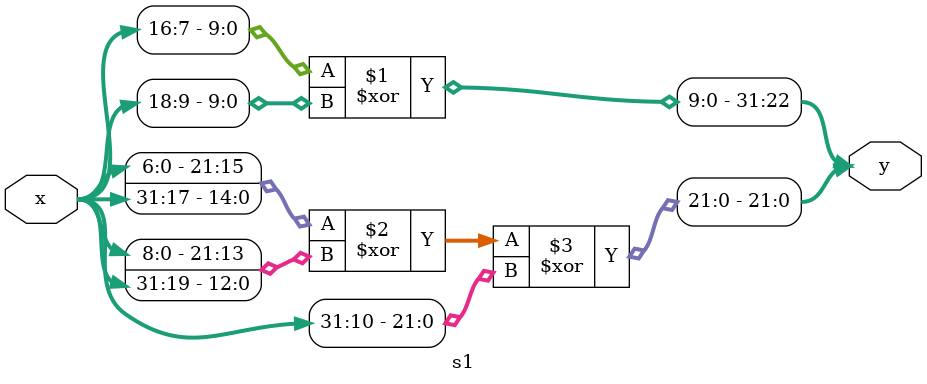
<source format=v>
`timescale 1ns/1ps

module e0 (x, y);

    input [31:0] x;
    output [31:0] y;

    assign y = {x[1:0],x[31:2]} ^ {x[12:0],x[31:13]} ^ {x[21:0],x[31:22]};

endmodule


module e1 (x, y);

    input [31:0] x;
    output [31:0] y;

    assign y = {x[5:0],x[31:6]} ^ {x[10:0],x[31:11]} ^ {x[24:0],x[31:25]};

endmodule


module ch (x, y, z, o);

    input [31:0] x, y, z;
    output [31:0] o;

    assign o = z ^ (x & (y ^ z));

endmodule


module maj (x, y, z, o);

    input [31:0] x, y, z;
    output [31:0] o;

    assign o = (x & y) | (z & (x | y));

endmodule


module s0 (x, y);

    input [31:0] x;
    output [31:0] y;

    assign y[31:29] = x[6:4] ^ x[17:15];
    assign y[28:0] = {x[3:0], x[31:7]} ^ {x[14:0],x[31:18]} ^ x[31:3];

endmodule


module s1 (x, y);

    input [31:0] x;
    output [31:0] y;

    assign y[31:22] = x[16:7] ^ x[18:9];
    assign y[21:0] = {x[6:0],x[31:17]} ^ {x[8:0],x[31:19]} ^ x[31:10];

endmodule
</source>
